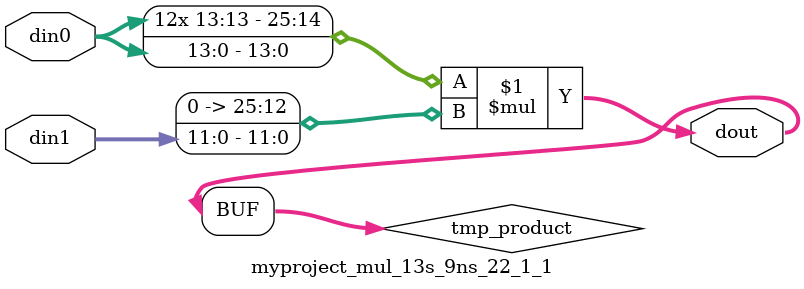
<source format=v>

`timescale 1 ns / 1 ps

 module myproject_mul_13s_9ns_22_1_1(din0, din1, dout);
parameter ID = 1;
parameter NUM_STAGE = 0;
parameter din0_WIDTH = 14;
parameter din1_WIDTH = 12;
parameter dout_WIDTH = 26;

input [din0_WIDTH - 1 : 0] din0; 
input [din1_WIDTH - 1 : 0] din1; 
output [dout_WIDTH - 1 : 0] dout;

wire signed [dout_WIDTH - 1 : 0] tmp_product;


























assign tmp_product = $signed(din0) * $signed({1'b0, din1});









assign dout = tmp_product;





















endmodule

</source>
